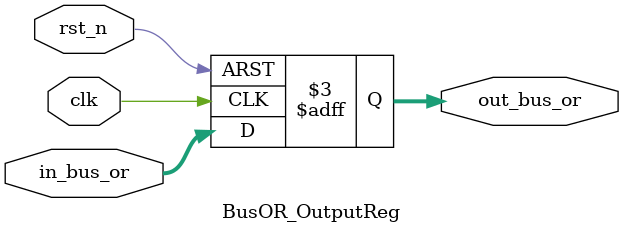
<source format=sv>
module BusOR(
    input  wire         clk,
    input  wire         rst_n,
    input  wire [15:0]  bus_a,
    input  wire [15:0]  bus_b,
    output wire [15:0]  bus_or
);
    // Stage 1: Input Registering
    wire [15:0] bus_a_stage1;
    wire [15:0] bus_b_stage1;

    BusOR_InputReg u_input_reg (
        .clk      (clk),
        .rst_n    (rst_n),
        .in_bus_a (bus_a),
        .in_bus_b (bus_b),
        .out_bus_a(bus_a_stage1),
        .out_bus_b(bus_b_stage1)
    );

    // Stage 2: OR Logic
    wire [15:0] bus_or_stage2;

    BusOR_Logic #(.WIDTH(16)) u_bus_or_logic (
        .in_a  (bus_a_stage1),
        .in_b  (bus_b_stage1),
        .out_or(bus_or_stage2)
    );

    // Stage 3: Output Registering
    BusOR_OutputReg u_output_reg (
        .clk       (clk),
        .rst_n     (rst_n),
        .in_bus_or (bus_or_stage2),
        .out_bus_or(bus_or)
    );
endmodule

// -----------------------------------------------------------------------------
// Submodule: BusOR_InputReg
// Description: Pipeline register for input bus signals (Stage 1)
// -----------------------------------------------------------------------------
module BusOR_InputReg (
    input  wire        clk,
    input  wire        rst_n,
    input  wire [15:0] in_bus_a,
    input  wire [15:0] in_bus_b,
    output reg  [15:0] out_bus_a,
    output reg  [15:0] out_bus_b
);
    always @(posedge clk or negedge rst_n) begin
        if (!rst_n) begin
            out_bus_a <= 16'b0;
            out_bus_b <= 16'b0;
        end else begin
            out_bus_a <= in_bus_a;
            out_bus_b <= in_bus_b;
        end
    end
endmodule

// -----------------------------------------------------------------------------
// Submodule: BusOR_Logic
// Description: Parameterized bitwise OR logic for bus signals (Stage 2)
// -----------------------------------------------------------------------------
module BusOR_Logic #(
    parameter WIDTH = 16
)(
    input  wire [WIDTH-1:0] in_a,
    input  wire [WIDTH-1:0] in_b,
    output wire [WIDTH-1:0] out_or
);
    assign out_or = in_a | in_b;
endmodule

// -----------------------------------------------------------------------------
// Submodule: BusOR_OutputReg
// Description: Pipeline register for OR result (Stage 3)
// -----------------------------------------------------------------------------
module BusOR_OutputReg (
    input  wire        clk,
    input  wire        rst_n,
    input  wire [15:0] in_bus_or,
    output reg  [15:0] out_bus_or
);
    always @(posedge clk or negedge rst_n) begin
        if (!rst_n)
            out_bus_or <= 16'b0;
        else
            out_bus_or <= in_bus_or;
    end
endmodule
</source>
